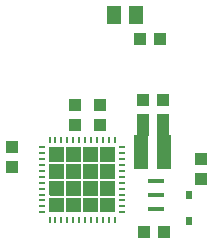
<source format=gbr>
G04 EAGLE Gerber RS-274X export*
G75*
%MOMM*%
%FSLAX34Y34*%
%LPD*%
%INSolderpaste Bottom*%
%IPPOS*%
%AMOC8*
5,1,8,0,0,1.08239X$1,22.5*%
G01*
%ADD10R,1.300000X1.500000*%
%ADD11R,1.000000X1.100000*%
%ADD12R,1.100000X1.000000*%
%ADD13R,1.399997X0.400000*%
%ADD14R,0.550000X0.254000*%
%ADD15R,0.254000X0.550000*%
%ADD16R,0.500000X0.800000*%

G36*
X-12682Y161149D02*
X-12682Y161149D01*
X-12680Y161148D01*
X-12637Y161168D01*
X-12593Y161186D01*
X-12593Y161188D01*
X-12591Y161189D01*
X-12558Y161274D01*
X-12558Y173498D01*
X-12559Y173500D01*
X-12558Y173502D01*
X-12578Y173545D01*
X-12596Y173589D01*
X-12598Y173589D01*
X-12599Y173591D01*
X-12684Y173624D01*
X-24908Y173624D01*
X-24910Y173623D01*
X-24912Y173624D01*
X-24955Y173604D01*
X-24999Y173586D01*
X-24999Y173584D01*
X-25001Y173583D01*
X-25034Y173498D01*
X-25034Y161274D01*
X-25033Y161272D01*
X-25034Y161270D01*
X-25014Y161227D01*
X-24996Y161183D01*
X-24994Y161183D01*
X-24993Y161181D01*
X-24908Y161148D01*
X-12684Y161148D01*
X-12682Y161149D01*
G37*
G36*
X15766Y161149D02*
X15766Y161149D01*
X15768Y161148D01*
X15811Y161168D01*
X15855Y161186D01*
X15855Y161188D01*
X15857Y161189D01*
X15890Y161274D01*
X15890Y173498D01*
X15889Y173500D01*
X15890Y173502D01*
X15870Y173545D01*
X15852Y173589D01*
X15850Y173589D01*
X15849Y173591D01*
X15764Y173624D01*
X3540Y173624D01*
X3538Y173623D01*
X3536Y173624D01*
X3493Y173604D01*
X3449Y173586D01*
X3449Y173584D01*
X3447Y173583D01*
X3414Y173498D01*
X3414Y161274D01*
X3415Y161272D01*
X3414Y161270D01*
X3434Y161227D01*
X3452Y161183D01*
X3454Y161183D01*
X3455Y161181D01*
X3540Y161148D01*
X15764Y161148D01*
X15766Y161149D01*
G37*
G36*
X1542Y161149D02*
X1542Y161149D01*
X1544Y161148D01*
X1587Y161168D01*
X1631Y161186D01*
X1631Y161188D01*
X1633Y161189D01*
X1666Y161274D01*
X1666Y173498D01*
X1665Y173500D01*
X1666Y173502D01*
X1646Y173545D01*
X1628Y173589D01*
X1626Y173589D01*
X1625Y173591D01*
X1540Y173624D01*
X-10684Y173624D01*
X-10686Y173623D01*
X-10688Y173624D01*
X-10731Y173604D01*
X-10775Y173586D01*
X-10775Y173584D01*
X-10777Y173583D01*
X-10810Y173498D01*
X-10810Y161274D01*
X-10809Y161272D01*
X-10810Y161270D01*
X-10790Y161227D01*
X-10772Y161183D01*
X-10770Y161183D01*
X-10769Y161181D01*
X-10684Y161148D01*
X1540Y161148D01*
X1542Y161149D01*
G37*
G36*
X29990Y161149D02*
X29990Y161149D01*
X29992Y161148D01*
X30035Y161168D01*
X30079Y161186D01*
X30079Y161188D01*
X30081Y161189D01*
X30114Y161274D01*
X30114Y173498D01*
X30113Y173500D01*
X30114Y173502D01*
X30094Y173545D01*
X30076Y173589D01*
X30074Y173589D01*
X30073Y173591D01*
X29988Y173624D01*
X17764Y173624D01*
X17762Y173623D01*
X17760Y173624D01*
X17717Y173604D01*
X17673Y173586D01*
X17673Y173584D01*
X17671Y173583D01*
X17638Y173498D01*
X17638Y161274D01*
X17639Y161272D01*
X17638Y161270D01*
X17658Y161227D01*
X17676Y161183D01*
X17678Y161183D01*
X17679Y161181D01*
X17764Y161148D01*
X29988Y161148D01*
X29990Y161149D01*
G37*
G36*
X15766Y146925D02*
X15766Y146925D01*
X15768Y146924D01*
X15811Y146944D01*
X15855Y146962D01*
X15855Y146964D01*
X15857Y146965D01*
X15890Y147050D01*
X15890Y159274D01*
X15889Y159276D01*
X15890Y159278D01*
X15870Y159321D01*
X15852Y159365D01*
X15850Y159365D01*
X15849Y159367D01*
X15764Y159400D01*
X3540Y159400D01*
X3538Y159399D01*
X3536Y159400D01*
X3493Y159380D01*
X3449Y159362D01*
X3449Y159360D01*
X3447Y159359D01*
X3414Y159274D01*
X3414Y147050D01*
X3415Y147048D01*
X3414Y147046D01*
X3434Y147003D01*
X3452Y146959D01*
X3454Y146959D01*
X3455Y146957D01*
X3540Y146924D01*
X15764Y146924D01*
X15766Y146925D01*
G37*
G36*
X-12682Y146925D02*
X-12682Y146925D01*
X-12680Y146924D01*
X-12637Y146944D01*
X-12593Y146962D01*
X-12593Y146964D01*
X-12591Y146965D01*
X-12558Y147050D01*
X-12558Y159274D01*
X-12559Y159276D01*
X-12558Y159278D01*
X-12578Y159321D01*
X-12596Y159365D01*
X-12598Y159365D01*
X-12599Y159367D01*
X-12684Y159400D01*
X-24908Y159400D01*
X-24910Y159399D01*
X-24912Y159400D01*
X-24955Y159380D01*
X-24999Y159362D01*
X-24999Y159360D01*
X-25001Y159359D01*
X-25034Y159274D01*
X-25034Y147050D01*
X-25033Y147048D01*
X-25034Y147046D01*
X-25014Y147003D01*
X-24996Y146959D01*
X-24994Y146959D01*
X-24993Y146957D01*
X-24908Y146924D01*
X-12684Y146924D01*
X-12682Y146925D01*
G37*
G36*
X1542Y146925D02*
X1542Y146925D01*
X1544Y146924D01*
X1587Y146944D01*
X1631Y146962D01*
X1631Y146964D01*
X1633Y146965D01*
X1666Y147050D01*
X1666Y159274D01*
X1665Y159276D01*
X1666Y159278D01*
X1646Y159321D01*
X1628Y159365D01*
X1626Y159365D01*
X1625Y159367D01*
X1540Y159400D01*
X-10684Y159400D01*
X-10686Y159399D01*
X-10688Y159400D01*
X-10731Y159380D01*
X-10775Y159362D01*
X-10775Y159360D01*
X-10777Y159359D01*
X-10810Y159274D01*
X-10810Y147050D01*
X-10809Y147048D01*
X-10810Y147046D01*
X-10790Y147003D01*
X-10772Y146959D01*
X-10770Y146959D01*
X-10769Y146957D01*
X-10684Y146924D01*
X1540Y146924D01*
X1542Y146925D01*
G37*
G36*
X29990Y146925D02*
X29990Y146925D01*
X29992Y146924D01*
X30035Y146944D01*
X30079Y146962D01*
X30079Y146964D01*
X30081Y146965D01*
X30114Y147050D01*
X30114Y159274D01*
X30113Y159276D01*
X30114Y159278D01*
X30094Y159321D01*
X30076Y159365D01*
X30074Y159365D01*
X30073Y159367D01*
X29988Y159400D01*
X17764Y159400D01*
X17762Y159399D01*
X17760Y159400D01*
X17717Y159380D01*
X17673Y159362D01*
X17673Y159360D01*
X17671Y159359D01*
X17638Y159274D01*
X17638Y147050D01*
X17639Y147048D01*
X17638Y147046D01*
X17658Y147003D01*
X17676Y146959D01*
X17678Y146959D01*
X17679Y146957D01*
X17764Y146924D01*
X29988Y146924D01*
X29990Y146925D01*
G37*
G36*
X-12682Y132701D02*
X-12682Y132701D01*
X-12680Y132700D01*
X-12637Y132720D01*
X-12593Y132738D01*
X-12593Y132740D01*
X-12591Y132741D01*
X-12558Y132826D01*
X-12558Y145050D01*
X-12559Y145052D01*
X-12558Y145054D01*
X-12578Y145097D01*
X-12596Y145141D01*
X-12598Y145141D01*
X-12599Y145143D01*
X-12684Y145176D01*
X-24908Y145176D01*
X-24910Y145175D01*
X-24912Y145176D01*
X-24955Y145156D01*
X-24999Y145138D01*
X-24999Y145136D01*
X-25001Y145135D01*
X-25034Y145050D01*
X-25034Y132826D01*
X-25033Y132824D01*
X-25034Y132822D01*
X-25014Y132779D01*
X-24996Y132735D01*
X-24994Y132735D01*
X-24993Y132733D01*
X-24908Y132700D01*
X-12684Y132700D01*
X-12682Y132701D01*
G37*
G36*
X15766Y132701D02*
X15766Y132701D01*
X15768Y132700D01*
X15811Y132720D01*
X15855Y132738D01*
X15855Y132740D01*
X15857Y132741D01*
X15890Y132826D01*
X15890Y145050D01*
X15889Y145052D01*
X15890Y145054D01*
X15870Y145097D01*
X15852Y145141D01*
X15850Y145141D01*
X15849Y145143D01*
X15764Y145176D01*
X3540Y145176D01*
X3538Y145175D01*
X3536Y145176D01*
X3493Y145156D01*
X3449Y145138D01*
X3449Y145136D01*
X3447Y145135D01*
X3414Y145050D01*
X3414Y132826D01*
X3415Y132824D01*
X3414Y132822D01*
X3434Y132779D01*
X3452Y132735D01*
X3454Y132735D01*
X3455Y132733D01*
X3540Y132700D01*
X15764Y132700D01*
X15766Y132701D01*
G37*
G36*
X1542Y132701D02*
X1542Y132701D01*
X1544Y132700D01*
X1587Y132720D01*
X1631Y132738D01*
X1631Y132740D01*
X1633Y132741D01*
X1666Y132826D01*
X1666Y145050D01*
X1665Y145052D01*
X1666Y145054D01*
X1646Y145097D01*
X1628Y145141D01*
X1626Y145141D01*
X1625Y145143D01*
X1540Y145176D01*
X-10684Y145176D01*
X-10686Y145175D01*
X-10688Y145176D01*
X-10731Y145156D01*
X-10775Y145138D01*
X-10775Y145136D01*
X-10777Y145135D01*
X-10810Y145050D01*
X-10810Y132826D01*
X-10809Y132824D01*
X-10810Y132822D01*
X-10790Y132779D01*
X-10772Y132735D01*
X-10770Y132735D01*
X-10769Y132733D01*
X-10684Y132700D01*
X1540Y132700D01*
X1542Y132701D01*
G37*
G36*
X29990Y132701D02*
X29990Y132701D01*
X29992Y132700D01*
X30035Y132720D01*
X30079Y132738D01*
X30079Y132740D01*
X30081Y132741D01*
X30114Y132826D01*
X30114Y145050D01*
X30113Y145052D01*
X30114Y145054D01*
X30094Y145097D01*
X30076Y145141D01*
X30074Y145141D01*
X30073Y145143D01*
X29988Y145176D01*
X17764Y145176D01*
X17762Y145175D01*
X17760Y145176D01*
X17717Y145156D01*
X17673Y145138D01*
X17673Y145136D01*
X17671Y145135D01*
X17638Y145050D01*
X17638Y132826D01*
X17639Y132824D01*
X17638Y132822D01*
X17658Y132779D01*
X17676Y132735D01*
X17678Y132735D01*
X17679Y132733D01*
X17764Y132700D01*
X29988Y132700D01*
X29990Y132701D01*
G37*
G36*
X1542Y118477D02*
X1542Y118477D01*
X1544Y118476D01*
X1587Y118496D01*
X1631Y118514D01*
X1631Y118516D01*
X1633Y118517D01*
X1666Y118602D01*
X1666Y130826D01*
X1665Y130828D01*
X1666Y130830D01*
X1646Y130873D01*
X1628Y130917D01*
X1626Y130917D01*
X1625Y130919D01*
X1540Y130952D01*
X-10684Y130952D01*
X-10686Y130951D01*
X-10688Y130952D01*
X-10731Y130932D01*
X-10775Y130914D01*
X-10775Y130912D01*
X-10777Y130911D01*
X-10810Y130826D01*
X-10810Y118602D01*
X-10809Y118600D01*
X-10810Y118598D01*
X-10790Y118555D01*
X-10772Y118511D01*
X-10770Y118511D01*
X-10769Y118509D01*
X-10684Y118476D01*
X1540Y118476D01*
X1542Y118477D01*
G37*
G36*
X15766Y118477D02*
X15766Y118477D01*
X15768Y118476D01*
X15811Y118496D01*
X15855Y118514D01*
X15855Y118516D01*
X15857Y118517D01*
X15890Y118602D01*
X15890Y130826D01*
X15889Y130828D01*
X15890Y130830D01*
X15870Y130873D01*
X15852Y130917D01*
X15850Y130917D01*
X15849Y130919D01*
X15764Y130952D01*
X3540Y130952D01*
X3538Y130951D01*
X3536Y130952D01*
X3493Y130932D01*
X3449Y130914D01*
X3449Y130912D01*
X3447Y130911D01*
X3414Y130826D01*
X3414Y118602D01*
X3415Y118600D01*
X3414Y118598D01*
X3434Y118555D01*
X3452Y118511D01*
X3454Y118511D01*
X3455Y118509D01*
X3540Y118476D01*
X15764Y118476D01*
X15766Y118477D01*
G37*
G36*
X29990Y118477D02*
X29990Y118477D01*
X29992Y118476D01*
X30035Y118496D01*
X30079Y118514D01*
X30079Y118516D01*
X30081Y118517D01*
X30114Y118602D01*
X30114Y130826D01*
X30113Y130828D01*
X30114Y130830D01*
X30094Y130873D01*
X30076Y130917D01*
X30074Y130917D01*
X30073Y130919D01*
X29988Y130952D01*
X17764Y130952D01*
X17762Y130951D01*
X17760Y130952D01*
X17717Y130932D01*
X17673Y130914D01*
X17673Y130912D01*
X17671Y130911D01*
X17638Y130826D01*
X17638Y118602D01*
X17639Y118600D01*
X17638Y118598D01*
X17658Y118555D01*
X17676Y118511D01*
X17678Y118511D01*
X17679Y118509D01*
X17764Y118476D01*
X29988Y118476D01*
X29990Y118477D01*
G37*
G36*
X-12682Y118477D02*
X-12682Y118477D01*
X-12680Y118476D01*
X-12637Y118496D01*
X-12593Y118514D01*
X-12593Y118516D01*
X-12591Y118517D01*
X-12558Y118602D01*
X-12558Y130826D01*
X-12559Y130828D01*
X-12558Y130830D01*
X-12578Y130873D01*
X-12596Y130917D01*
X-12598Y130917D01*
X-12599Y130919D01*
X-12684Y130952D01*
X-24908Y130952D01*
X-24910Y130951D01*
X-24912Y130952D01*
X-24955Y130932D01*
X-24999Y130914D01*
X-24999Y130912D01*
X-25001Y130911D01*
X-25034Y130826D01*
X-25034Y118602D01*
X-25033Y118600D01*
X-25034Y118598D01*
X-25014Y118555D01*
X-24996Y118511D01*
X-24994Y118511D01*
X-24993Y118509D01*
X-24908Y118476D01*
X-12684Y118476D01*
X-12682Y118477D01*
G37*
D10*
X29260Y285750D03*
X48260Y285750D03*
D11*
X51190Y265430D03*
X68190Y265430D03*
X53730Y213360D03*
X70730Y213360D03*
D12*
X102870Y146440D03*
X102870Y163440D03*
D13*
X64770Y121350D03*
X64770Y133350D03*
X64770Y145350D03*
D14*
X36340Y173557D03*
X36340Y168556D03*
X36340Y163554D03*
X36340Y158553D03*
X36340Y153552D03*
X36340Y148551D03*
X36340Y143549D03*
X36340Y138548D03*
X36340Y133547D03*
X36340Y128546D03*
X36340Y123544D03*
X36340Y118543D03*
D15*
X30047Y112250D03*
X25046Y112250D03*
X20044Y112250D03*
X15043Y112250D03*
X10042Y112250D03*
X5041Y112250D03*
X39Y112250D03*
X-4962Y112250D03*
X-9963Y112250D03*
X-14964Y112250D03*
X-19966Y112250D03*
X-24967Y112250D03*
D14*
X-31260Y118543D03*
X-31260Y123544D03*
X-31260Y128546D03*
X-31260Y133547D03*
X-31260Y138548D03*
X-31260Y143549D03*
X-31260Y148551D03*
X-31260Y153552D03*
X-31260Y158553D03*
X-31260Y163554D03*
X-31260Y168556D03*
X-31260Y173557D03*
D15*
X-24967Y179850D03*
X-19966Y179850D03*
X-14964Y179850D03*
X-9963Y179850D03*
X-4962Y179850D03*
X39Y179850D03*
X5041Y179850D03*
X10042Y179850D03*
X15043Y179850D03*
X20044Y179850D03*
X25046Y179850D03*
X30047Y179850D03*
D12*
X-57150Y156600D03*
X-57150Y173600D03*
X55000Y101600D03*
X72000Y101600D03*
X53730Y187960D03*
X70730Y187960D03*
X53730Y196850D03*
X70730Y196850D03*
D10*
X52730Y162560D03*
X71730Y162560D03*
X52730Y176530D03*
X71730Y176530D03*
D16*
X92710Y132920D03*
X92710Y110920D03*
D12*
X17780Y209160D03*
X17780Y192160D03*
X-3810Y209160D03*
X-3810Y192160D03*
M02*

</source>
